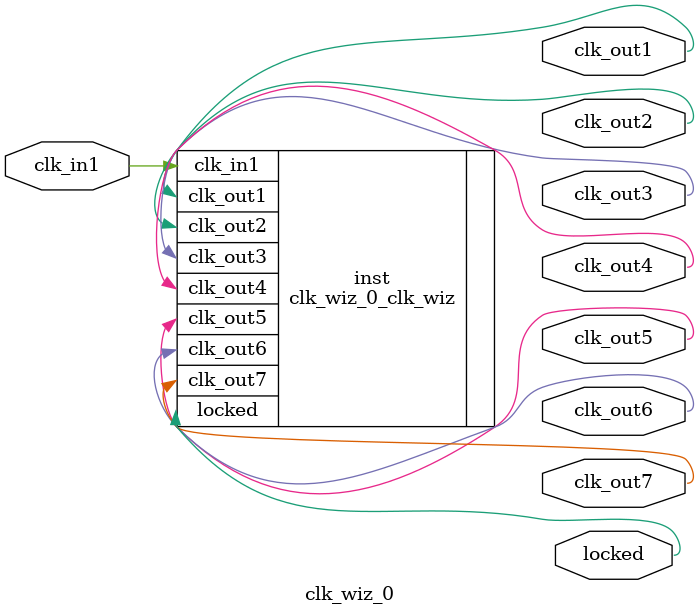
<source format=v>


`timescale 1ps/1ps

(* CORE_GENERATION_INFO = "clk_wiz_0,clk_wiz_v6_0_11_0_0,{component_name=clk_wiz_0,use_phase_alignment=true,use_min_o_jitter=false,use_max_i_jitter=false,use_dyn_phase_shift=false,use_inclk_switchover=false,use_dyn_reconfig=false,enable_axi=0,feedback_source=FDBK_AUTO,PRIMITIVE=MMCM,num_out_clk=7,clkin1_period=10.000,clkin2_period=10.000,use_power_down=false,use_reset=false,use_locked=true,use_inclk_stopped=false,feedback_type=SINGLE,CLOCK_MGR_TYPE=NA,manual_override=true}" *)

module clk_wiz_0 
 (
  // Clock out ports
  output        clk_out1,
  output        clk_out2,
  output        clk_out3,
  output        clk_out4,
  output        clk_out5,
  output        clk_out6,
  output        clk_out7,
  // Status and control signals
  output        locked,
 // Clock in ports
  input         clk_in1
 );

  clk_wiz_0_clk_wiz inst
  (
  // Clock out ports  
  .clk_out1(clk_out1),
  .clk_out2(clk_out2),
  .clk_out3(clk_out3),
  .clk_out4(clk_out4),
  .clk_out5(clk_out5),
  .clk_out6(clk_out6),
  .clk_out7(clk_out7),
  // Status and control signals               
  .locked(locked),
 // Clock in ports
  .clk_in1(clk_in1)
  );

endmodule

</source>
